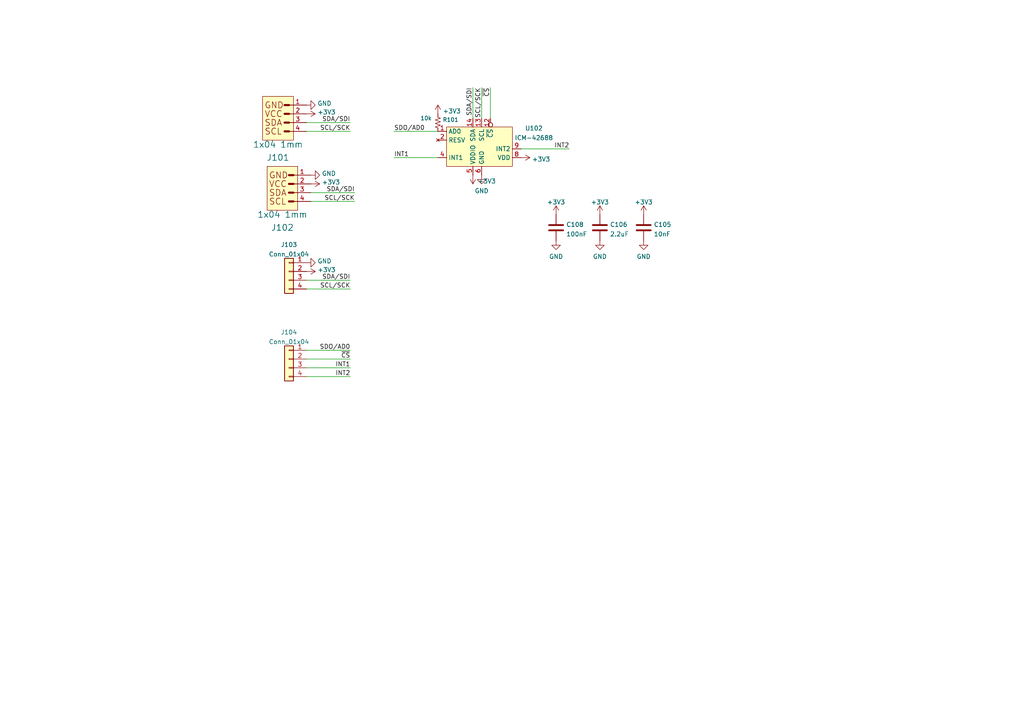
<source format=kicad_sch>
(kicad_sch (version 20211123) (generator eeschema)
  (paper "A4")
  (lib_symbols
    (symbol "Connector_Generic:Conn_01x04" (pin_names (offset 1.016) hide)
      (property "Reference" "J" (at 0 5.08 0))
      (property "Value" "Conn_01x04" (at 0 -7.62 0))
      (symbol "Conn_01x04_1_1"
        (rectangle (start -1.27 -4.953) (end 0 -5.207) (stroke (width 0.1524)))
        (rectangle (start -1.27 -2.413) (end 0 -2.667) (stroke (width 0.1524)))
        (rectangle (start -1.27 0.127) (end 0 -0.127) (stroke (width 0.1524)))
        (rectangle (start -1.27 2.667) (end 0 2.413) (stroke (width 0.1524)))
        (rectangle (start -1.27 3.81) (end 1.27 -6.35) (stroke (width 0.254)) (fill (type background)))
        (pin passive line (at -5.08 2.54 0) (length 3.81) (name "Pin_1") (number "1"))
        (pin passive line (at -5.08 0 0) (length 3.81) (name "Pin_2") (number "2"))
        (pin passive line (at -5.08 -2.54 0) (length 3.81) (name "Pin_3") (number "3"))
        (pin passive line (at -5.08 -5.08 0) (length 3.81) (name "Pin_4") (number "4"))
      )
    )
    (symbol "Device:C" (pin_numbers hide) (pin_names (offset 0.254))
      (property "Reference" "C" (at 0.635 2.54 0))
      (property "Value" "C" (at 0.635 -2.54 0))
      (symbol "C_0_1"
        (polyline (pts (xy -2.032 -0.762) (xy 2.032 -0.762)) (stroke (width 0.508)))
        (polyline (pts (xy -2.032 0.762) (xy 2.032 0.762)) (stroke (width 0.508)))
      )
      (symbol "C_1_1"
        (pin passive line (at 0 3.81 270) (length 2.794) (name "~") (number "1"))
        (pin passive line (at 0 -3.81 90) (length 2.794) (name "~") (number "2"))
      )
    )
    (symbol "KwanSystems:ICM-42688"
      (property "Reference" "U" (at 2.54 -7.62 0))
      (property "Value" "ICM-42688" (at 7.62 -5.08 0))
      (symbol "ICM-42688_0_1"
        (rectangle (start -10.16 7.62) (end 8.89 -3.81) (stroke (width 0.1524)) (fill (type background)))
      )
      (symbol "ICM-42688_1_1"
        (pin bidirectional line (at -12.7 6.35 0) (length 2.54) (name "AD0") (number "1"))
        (pin no_connect line (at -12.7 3.81 0) (length 2.54) hide (name "RESV") (number "10"))
        (pin no_connect line (at -12.7 3.81 0) (length 2.54) hide (name "RESV") (number "11"))
        (pin input inverted (at 2.54 10.16 270) (length 2.54) (name "~{CS}") (number "12"))
        (pin input line (at 0 10.16 270) (length 2.54) (name "SCL") (number "13"))
        (pin bidirectional line (at -2.54 10.16 270) (length 2.54) (name "SDA") (number "14"))
        (pin no_connect line (at -12.7 3.81 0) (length 2.54) (name "RESV") (number "2"))
        (pin no_connect line (at -12.7 3.81 0) (length 2.54) hide (name "RESV") (number "3"))
        (pin output line (at -12.7 -1.27 0) (length 2.54) (name "INT1") (number "4"))
        (pin power_in line (at -2.54 -6.35 90) (length 2.54) (name "VDDIO") (number "5"))
        (pin passive line (at 0 -6.35 90) (length 2.54) (name "GND") (number "6"))
        (pin no_connect line (at -12.7 3.81 0) (length 2.54) hide (name "RESV") (number "7"))
        (pin power_in line (at 11.43 -1.27 180) (length 2.54) (name "VDD") (number "8"))
        (pin input line (at 11.43 1.27 180) (length 2.54) (name "INT2") (number "9"))
      )
    )
    (symbol "KwanSystems:QWIIC_CONNECTORJS-1MM"
      (property "Reference" "J?" (at -0.635 12.7921 0))
      (property "Value" "QWIIC_CONNECTORJS-1MM" (at 0 10.16 0))
      (symbol "QWIIC_CONNECTORJS-1MM_0_1"
        (rectangle (start -5.08 7.62) (end 3.81 -5.08) (stroke (width 0.1524)) (fill (type background)))
      )
      (symbol "QWIIC_CONNECTORJS-1MM_1_0"
        (polyline (pts (xy 1.27 -2.54) (xy 2.54 -2.54)) (stroke (width 0.6096)))
        (polyline (pts (xy 1.27 0) (xy 2.54 0)) (stroke (width 0.6096)))
        (polyline (pts (xy 1.27 2.54) (xy 2.54 2.54)) (stroke (width 0.6096)))
        (polyline (pts (xy 1.27 5.08) (xy 2.54 5.08)) (stroke (width 0.6096)))
        (text "GND" (at -4.572 -2.54 0) (effects (font (size 1.778 1.778)) (justify left)))
        (text "SCL" (at -4.572 5.08 0) (effects (font (size 1.778 1.778)) (justify left)))
        (text "SDA" (at -4.572 2.54 0) (effects (font (size 1.778 1.778)) (justify left)))
        (text "VCC" (at -4.572 0 0) (effects (font (size 1.778 1.778)) (justify left)))
        (pin power_in line (at 7.62 -2.54 180) (length 5.08) (name "1") (number "1"))
        (pin power_in line (at 7.62 0 180) (length 5.08) (name "2") (number "2"))
        (pin passive line (at 7.62 2.54 180) (length 5.08) (name "3") (number "3"))
        (pin passive line (at 7.62 5.08 180) (length 5.08) (name "4") (number "4"))
      )
      (symbol "QWIIC_CONNECTORJS-1MM_1_1"
        (pin no_connect line (at 6.35 7.62 180) (length 2.54) hide (name "NC1") (number "NC1"))
        (pin no_connect line (at 6.35 -5.08 180) (length 2.54) hide (name "NC2") (number "NC2"))
      )
    )
    (symbol "KwanSystems:RESISTOR" (pin_numbers hide) (pin_names (offset 1.016) hide)
      (property "Reference" "R" (at -1.27 1.27 0))
      (property "Value" "RESISTOR" (at -1.27 -2.54 0))
      (symbol "RESISTOR_0_1"
        (polyline (pts (xy 0 0) (xy -0.254 0.762) (xy -0.762 -0.762) (xy -1.27 0.762) (xy -1.524 0)))
        (polyline (pts (xy 0 0) (xy 0.254 -0.762) (xy 0.762 0.762) (xy 1.27 -0.762) (xy 1.524 0)))
      )
      (symbol "RESISTOR_1_1"
        (pin passive line (at -2.54 0 0) (length 0.9906) (name "1") (number "1"))
        (pin passive line (at 2.54 0 180) (length 0.9906) (name "2") (number "2"))
      )
    )
    (symbol "power:+3.3V" (power) (pin_names (offset 0))
      (property "Value" "+3.3V" (at 0 3.556 0))
      (symbol "+3.3V_0_1"
        (polyline (pts (xy -0.762 1.27) (xy 0 2.54)))
        (polyline (pts (xy 0 0) (xy 0 2.54)))
        (polyline (pts (xy 0 2.54) (xy 0.762 1.27)))
      )
      (symbol "+3.3V_1_1"
        (pin power_in line (at 0 0 90) (length 0) hide (name "+3V3") (number "1"))
      )
    )
    (symbol "power:GND" (power) (pin_names (offset 0))
      (property "Value" "GND" (at 0 -3.81 0))
      (symbol "GND_0_1"
        (polyline (pts (xy 0 0) (xy 0 -1.27) (xy 1.27 -1.27) (xy 0 -2.54) (xy -1.27 -1.27) (xy 0 -1.27)))
      )
      (symbol "GND_1_1"
        (pin power_in line (at 0 0 270) (length 0) hide (name "GND") (number "1"))
      )
    )
  )
  (wire (pts (xy 90.17 55.88) (xy 102.87 55.88)))
  (wire (pts (xy 151.13 43.18) (xy 165.1 43.18)))
  (wire (pts (xy 88.9 83.82) (xy 101.6 83.82)))
  (wire (pts (xy 142.24 25.4) (xy 142.24 34.29)))
  (wire (pts (xy 90.17 58.42) (xy 102.87 58.42)))
  (wire (pts (xy 88.9 38.1) (xy 101.6 38.1)))
  (wire (pts (xy 114.3 38.1) (xy 127 38.1)))
  (wire (pts (xy 88.9 81.28) (xy 101.6 81.28)))
  (wire (pts (xy 88.9 106.68) (xy 101.6 106.68)))
  (wire (pts (xy 139.7 25.4) (xy 139.7 34.29)))
  (wire (pts (xy 114.3 45.72) (xy 127 45.72)))
  (wire (pts (xy 88.9 101.6) (xy 101.6 101.6)))
  (wire (pts (xy 88.9 109.22) (xy 101.6 109.22)))
  (wire (pts (xy 88.9 35.56) (xy 101.6 35.56)))
  (wire (pts (xy 88.9 104.14) (xy 101.6 104.14)))
  (wire (pts (xy 137.16 25.4) (xy 137.16 34.29)))
  (label "SDA{slash}SDI" (at 102.87 55.88 180))
  (label "INT2" (at 165.1 43.18 180))
  (label "INT1" (at 101.6 106.68 180))
  (label "SDA{slash}SDI" (at 101.6 81.28 180))
  (label "~{CS}" (at 142.24 25.4 270))
  (label "SDA{slash}SDI" (at 101.6 35.56 180))
  (label "SDO{slash}AD0" (at 101.6 101.6 180))
  (label "INT2" (at 101.6 109.22 180))
  (label "SCL{slash}SCK" (at 139.7 25.4 270))
  (label "INT1" (at 114.3 45.72 0))
  (label "SCL{slash}SCK" (at 101.6 38.1 180))
  (label "SDO{slash}AD0" (at 114.3 38.1 0))
  (label "~{CS}" (at 101.6 104.14 180))
  (label "SDA{slash}SDI" (at 137.16 25.4 270))
  (label "SCL{slash}SCK" (at 101.6 83.82 180))
  (label "SCL{slash}SCK" (at 102.87 58.42 180))
  (symbol (lib_id "power:GND") (at 139.7 50.8 0) (unit 1)
    (property "Reference" "#PWR0108" (effects hide))
    (property "Value" "GND" (at 139.7 55.3625 0))
  )
  (symbol (lib_id "KwanSystems:ICM-42688") (at 139.7 44.45 0) (unit 1)
    (property "Reference" "U102" (at 154.8537 37.2067 0))
    (property "Value" "ICM-42688" (at 154.8537 39.9818 0))
    (property "Footprint" "KwanSystems:QFN50P300X250X97-14N" (effects hide))
    (property "Datasheet" "https://invensense.tdk.com/download-pdf/icm-42688-p-datasheet/" (effects hide))
  )
  (symbol (lib_id "power:GND") (at 161.29 69.85 0) (unit 1)
    (property "Reference" "#PWR0111" (effects hide))
    (property "Value" "GND" (at 161.29 74.4125 0))
  )
  (symbol (lib_id "power:+3.3V") (at 186.69 62.23 0) (unit 1)
    (property "Reference" "#PWR0114" (effects hide))
    (property "Value" "+3.3V" (at 186.69 58.6255 0))
  )
  (symbol (lib_id "power:+3.3V") (at 161.29 62.23 0) (unit 1)
    (property "Reference" "#PWR0110" (effects hide))
    (property "Value" "+3.3V" (at 161.29 58.6255 0))
  )
  (symbol (lib_id "KwanSystems:QWIIC_CONNECTORJS-1MM") (at 82.55 53.34 0) (mirror x) (unit 1)
    (property "Reference" "J102" (at 81.915 66.0051 0) (effects (font (size 1.778 1.778))))
    (property "Value" "1x04 1mm" (at 81.915 62.2217 0) (effects (font (size 1.778 1.778))))
    (property "Footprint" "KwanSystems:JST04_1MM_RA" (effects hide))
  )
  (symbol (lib_id "power:+3.3V") (at 90.17 53.34 270) (mirror x) (unit 1)
    (property "Reference" "#PWR0106" (effects hide))
    (property "Value" "+3.3V" (at 93.345 52.861 90) (effects (justify left)))
  )
  (symbol (lib_id "Device:C") (at 186.69 66.04 0) (unit 1)
    (property "Reference" "C105" (at 189.611 65.1315 0) (effects (justify left)))
    (property "Value" "10nF" (at 189.611 67.9066 0) (effects (justify left)))
    (property "Footprint" "Capacitor_SMD:C_0603_1608Metric" (effects hide))
    (property "Digikey" "399-C0603C103J5RAC7867CT-ND" (effects hide))
  )
  (symbol (lib_id "power:+3.3V") (at 127 33.02 0) (unit 1)
    (property "Reference" "#PWR0116" (effects hide))
    (property "Value" "+3.3V" (at 128.397 32.229 0) (effects (justify left)))
  )
  (symbol (lib_id "Device:C") (at 173.99 66.04 0) (unit 1)
    (property "Reference" "C106" (at 176.911 65.1315 0) (effects (justify left)))
    (property "Value" "2.2uF" (at 176.911 67.9066 0) (effects (justify left)))
    (property "Footprint" "Capacitor_SMD:C_0603_1608Metric" (effects hide))
    (property "Digikey" "399-13137-1-ND" (effects hide))
  )
  (symbol (lib_id "power:+3.3V") (at 88.9 33.02 270) (mirror x) (unit 1)
    (property "Reference" "#PWR0102" (effects hide))
    (property "Value" "+3.3V" (at 92.075 32.541 90) (effects (justify left)))
  )
  (symbol (lib_id "power:GND") (at 90.17 50.8 90) (mirror x) (unit 1)
    (property "Reference" "#PWR0105" (effects hide))
    (property "Value" "GND" (at 93.345 50.321 90) (effects (justify right)))
  )
  (symbol (lib_id "Device:C") (at 161.29 66.04 0) (unit 1)
    (property "Reference" "C108" (at 164.211 65.1315 0) (effects (justify left)))
    (property "Value" "100nF" (at 164.211 67.9066 0) (effects (justify left)))
    (property "Footprint" "Capacitor_SMD:C_0603_1608Metric" (effects hide))
    (property "Digikey" "399-C0603C104M5RAC7867CT-ND" (effects hide))
  )
  (symbol (lib_id "Connector_Generic:Conn_01x04") (at 83.82 104.14 0) (mirror y) (unit 1)
    (property "Reference" "J104" (at 83.82 96.3635 0))
    (property "Value" "Conn_01x04" (at 83.82 99.1386 0))
    (property "Footprint" "Connector_PinHeader_2.54mm:PinHeader_1x04_P2.54mm_Vertical" (effects hide))
  )
  (symbol (lib_id "power:GND") (at 88.9 76.2 90) (mirror x) (unit 1)
    (property "Reference" "#PWR0103" (effects hide))
    (property "Value" "GND" (at 92.075 75.721 90) (effects (justify right)))
  )
  (symbol (lib_id "power:+3.3V") (at 151.13 45.72 270) (unit 1)
    (property "Reference" "#PWR0109" (effects hide))
    (property "Value" "+3.3V" (at 154.305 46.199 90) (effects (justify left)))
  )
  (symbol (lib_id "power:+3.3V") (at 137.16 50.8 180) (unit 1)
    (property "Reference" "#PWR0107" (effects hide))
    (property "Value" "+3.3V" (at 138.557 52.549 0) (effects (justify right)))
  )
  (symbol (lib_id "power:GND") (at 88.9 30.48 90) (mirror x) (unit 1)
    (property "Reference" "#PWR0101" (effects hide))
    (property "Value" "GND" (at 92.075 30.001 90) (effects (justify right)))
  )
  (symbol (lib_id "power:GND") (at 173.99 69.85 0) (unit 1)
    (property "Reference" "#PWR0113" (effects hide))
    (property "Value" "GND" (at 173.99 74.4125 0))
  )
  (symbol (lib_id "Connector_Generic:Conn_01x04") (at 83.82 78.74 0) (mirror y) (unit 1)
    (property "Reference" "J103" (at 83.82 70.9635 0))
    (property "Value" "Conn_01x04" (at 83.82 73.7386 0))
    (property "Footprint" "Connector_PinHeader_2.54mm:PinHeader_1x04_P2.54mm_Vertical" (effects hide))
  )
  (symbol (lib_id "KwanSystems:RESISTOR") (at 127 35.56 90) (unit 1)
    (property "Reference" "R101" (at 128.397 34.7297 90) (effects (font (size 1.143 1.143)) (justify right)))
    (property "Value" "10k" (at 121.92 34.29 90) (effects (font (size 1.143 1.143)) (justify right)))
    (property "Footprint" "Resistor_SMD:R_0603_1608Metric" (effects hide))
    (property "Digikey" "P10KGCT-ND" (effects hide))
  )
  (symbol (lib_id "power:+3.3V") (at 88.9 78.74 270) (mirror x) (unit 1)
    (property "Reference" "#PWR0104" (effects hide))
    (property "Value" "+3.3V" (at 92.075 78.261 90) (effects (justify left)))
  )
  (symbol (lib_id "power:GND") (at 186.69 69.85 0) (unit 1)
    (property "Reference" "#PWR0115" (effects hide))
    (property "Value" "GND" (at 186.69 74.4125 0))
  )
  (symbol (lib_id "power:+3.3V") (at 173.99 62.23 0) (unit 1)
    (property "Reference" "#PWR0112" (effects hide))
    (property "Value" "+3.3V" (at 173.99 58.6255 0))
  )
  (symbol (lib_id "KwanSystems:QWIIC_CONNECTORJS-1MM") (at 81.28 33.02 0) (mirror x) (unit 1)
    (property "Reference" "J101" (at 80.645 45.6851 0) (effects (font (size 1.778 1.778))))
    (property "Value" "1x04 1mm" (at 80.645 41.9017 0) (effects (font (size 1.778 1.778))))
    (property "Footprint" "KwanSystems:JST04_1MM_RA" (effects hide))
  )
)
</source>
